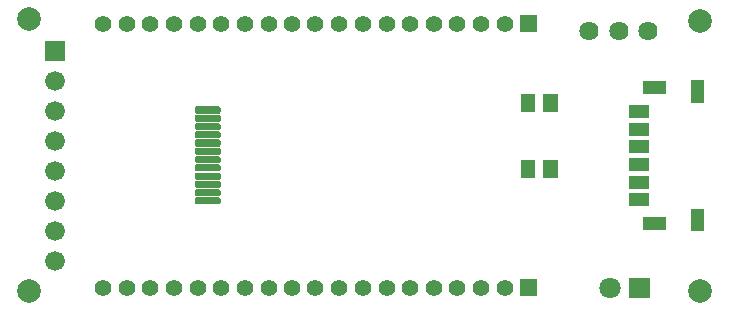
<source format=gbs>
G04 Layer: BottomSolderMaskLayer*
G04 EasyEDA v6.5.1, 2022-03-28 07:45:05*
G04 8a3c461addb741cca4737953a7c37c6d,45e7c3065f504378a11261742efe6332,10*
G04 Gerber Generator version 0.2*
G04 Scale: 100 percent, Rotated: No, Reflected: No *
G04 Dimensions in millimeters *
G04 leading zeros omitted , absolute positions ,4 integer and 5 decimal *
%FSLAX45Y45*%
%MOMM*%

%ADD29C,1.6256*%
%ADD32C,1.4016*%
%ADD34C,1.6764*%
%ADD36C,1.8016*%
%ADD37C,2.0016*%

%LPD*%
D29*
G01*
X6104699Y9359900D03*
G01*
X5854712Y9359900D03*
G01*
X5604700Y9359900D03*
G36*
X5019293Y7118095D02*
G01*
X5019293Y7258304D01*
X5159502Y7258304D01*
X5159502Y7118095D01*
G37*
D32*
G01*
X4889296Y7188200D03*
G01*
X4689297Y7188200D03*
G01*
X4489297Y7188200D03*
G01*
X4289297Y7188200D03*
G01*
X4089298Y7188200D03*
G01*
X3889298Y7188200D03*
G01*
X3689299Y7188200D03*
G01*
X3489299Y7188200D03*
G01*
X3282797Y7188200D03*
G01*
X3089300Y7188200D03*
G01*
X2889300Y7188200D03*
G01*
X2689301Y7188200D03*
G01*
X2489301Y7188200D03*
G01*
X2289302Y7188200D03*
G01*
X2089302Y7188200D03*
G01*
X1889302Y7188200D03*
G01*
X1689303Y7188200D03*
G01*
X1489303Y7188200D03*
G36*
X5019293Y9353295D02*
G01*
X5019293Y9493504D01*
X5159502Y9493504D01*
X5159502Y9353295D01*
G37*
G01*
X4889296Y9423400D03*
G01*
X4689297Y9423400D03*
G01*
X4489297Y9423400D03*
G01*
X4289297Y9423400D03*
G01*
X4089298Y9423400D03*
G01*
X3889298Y9423400D03*
G01*
X3689299Y9423400D03*
G01*
X3489299Y9423400D03*
G01*
X3282797Y9423400D03*
G01*
X3089300Y9423400D03*
G01*
X2889300Y9423400D03*
G01*
X2689301Y9423400D03*
G01*
X2489301Y9423400D03*
G01*
X2289302Y9423400D03*
G01*
X2089302Y9423400D03*
G01*
X1889302Y9423400D03*
G01*
X1689303Y9423400D03*
G01*
X1489303Y9423400D03*
G36*
X995679Y9110979D02*
G01*
X995679Y9278620D01*
X1163320Y9278620D01*
X1163320Y9110979D01*
G37*
D34*
G01*
X1079500Y8940800D03*
G01*
X1079500Y8686800D03*
G01*
X1079500Y8432800D03*
G01*
X1079500Y8178800D03*
G01*
X1079500Y7924800D03*
G01*
X1079500Y7670800D03*
G01*
X1079500Y7416800D03*
G36*
X5023358Y8117586D02*
G01*
X5023358Y8265413D01*
X5146802Y8265413D01*
X5146802Y8117586D01*
G37*
G36*
X5216397Y8117586D02*
G01*
X5216397Y8265413D01*
X5339841Y8265413D01*
X5339841Y8117586D01*
G37*
G36*
X5023358Y8676386D02*
G01*
X5023358Y8824213D01*
X5146802Y8824213D01*
X5146802Y8676386D01*
G37*
G36*
X5216397Y8676386D02*
G01*
X5216397Y8824213D01*
X5339841Y8824213D01*
X5339841Y8676386D01*
G37*
G36*
X2281174Y7892795D02*
G01*
X2268474Y7898129D01*
X2263140Y7911084D01*
X2263140Y7934960D01*
X2268474Y7947913D01*
X2281174Y7953247D01*
X2468625Y7953247D01*
X2481325Y7947913D01*
X2486659Y7934960D01*
X2486659Y7911084D01*
X2481325Y7898129D01*
X2468625Y7892795D01*
G37*
G36*
X2281174Y7962900D02*
G01*
X2268474Y7968234D01*
X2263140Y7980934D01*
X2263140Y8005063D01*
X2268474Y8017763D01*
X2281174Y8023097D01*
X2468625Y8023097D01*
X2481325Y8017763D01*
X2486659Y8005063D01*
X2486659Y7980934D01*
X2481325Y7968234D01*
X2468625Y7962900D01*
G37*
G36*
X2281174Y8032750D02*
G01*
X2268474Y8038084D01*
X2263140Y8051037D01*
X2263140Y8074913D01*
X2268474Y8087868D01*
X2281174Y8093202D01*
X2468625Y8093202D01*
X2481325Y8087868D01*
X2486659Y8074913D01*
X2486659Y8051037D01*
X2481325Y8038084D01*
X2468625Y8032750D01*
G37*
G36*
X2281174Y8102854D02*
G01*
X2268474Y8108187D01*
X2263140Y8120887D01*
X2263140Y8145018D01*
X2268474Y8157971D01*
X2281174Y8163052D01*
X2468625Y8163052D01*
X2481325Y8157971D01*
X2486659Y8145018D01*
X2486659Y8120887D01*
X2481325Y8108187D01*
X2468625Y8102854D01*
G37*
G36*
X2281174Y8172958D02*
G01*
X2268474Y8178037D01*
X2263140Y8190992D01*
X2263140Y8215121D01*
X2268474Y8227821D01*
X2281174Y8233155D01*
X2468625Y8233155D01*
X2481325Y8227821D01*
X2486659Y8215121D01*
X2486659Y8190992D01*
X2481325Y8178037D01*
X2468625Y8172958D01*
G37*
G36*
X2281174Y8242808D02*
G01*
X2268474Y8248142D01*
X2263140Y8261095D01*
X2263140Y8284971D01*
X2268474Y8297926D01*
X2281174Y8303260D01*
X2468625Y8303260D01*
X2481325Y8297926D01*
X2486659Y8284971D01*
X2486659Y8261095D01*
X2481325Y8248142D01*
X2468625Y8242808D01*
G37*
G36*
X2281174Y8312912D02*
G01*
X2268474Y8318245D01*
X2263140Y8330945D01*
X2263140Y8355076D01*
X2268474Y8367776D01*
X2281174Y8373110D01*
X2468625Y8373110D01*
X2481325Y8367776D01*
X2486659Y8355076D01*
X2486659Y8330945D01*
X2481325Y8318245D01*
X2468625Y8312912D01*
G37*
G36*
X2281174Y8382762D02*
G01*
X2268474Y8388095D01*
X2263140Y8401050D01*
X2263140Y8424926D01*
X2268474Y8437879D01*
X2281174Y8443213D01*
X2468625Y8443213D01*
X2481325Y8437879D01*
X2486659Y8424926D01*
X2486659Y8401050D01*
X2481325Y8388095D01*
X2468625Y8382762D01*
G37*
G36*
X2281174Y8452865D02*
G01*
X2268474Y8458200D01*
X2263140Y8470900D01*
X2263140Y8495029D01*
X2268474Y8507729D01*
X2281174Y8513063D01*
X2468625Y8513063D01*
X2481325Y8507729D01*
X2486659Y8495029D01*
X2486659Y8470900D01*
X2481325Y8458200D01*
X2468625Y8452865D01*
G37*
G36*
X2281174Y8522715D02*
G01*
X2268474Y8528050D01*
X2263140Y8541004D01*
X2263140Y8565134D01*
X2268474Y8577834D01*
X2281174Y8583168D01*
X2468625Y8583168D01*
X2481325Y8577834D01*
X2486659Y8565134D01*
X2486659Y8541004D01*
X2481325Y8528050D01*
X2468625Y8522715D01*
G37*
G36*
X2281174Y8592820D02*
G01*
X2268474Y8598154D01*
X2263140Y8610854D01*
X2263140Y8634984D01*
X2268474Y8647937D01*
X2281174Y8653271D01*
X2468625Y8653271D01*
X2481325Y8647937D01*
X2486659Y8634984D01*
X2486659Y8610854D01*
X2481325Y8598154D01*
X2468625Y8592820D01*
G37*
G36*
X2281174Y8662924D02*
G01*
X2268474Y8668258D01*
X2263140Y8680958D01*
X2263140Y8705087D01*
X2268474Y8717787D01*
X2281174Y8723121D01*
X2468625Y8723121D01*
X2481325Y8717787D01*
X2486659Y8705087D01*
X2486659Y8680958D01*
X2481325Y8668258D01*
X2468625Y8662924D01*
G37*
G36*
X5938774Y7875778D02*
G01*
X5938774Y7985760D01*
X6108954Y7985760D01*
X6108954Y7875778D01*
G37*
G36*
X5938774Y8025637D02*
G01*
X5938774Y8135873D01*
X6108954Y8135873D01*
X6108954Y8025637D01*
G37*
G36*
X5938774Y8325612D02*
G01*
X5938774Y8435847D01*
X6108954Y8435847D01*
X6108954Y8325612D01*
G37*
G36*
X5938774Y8475726D02*
G01*
X5938774Y8585962D01*
X6108954Y8585962D01*
X6108954Y8475726D01*
G37*
G36*
X5938774Y8175752D02*
G01*
X5938774Y8285987D01*
X6108954Y8285987D01*
X6108954Y8175752D01*
G37*
G36*
X5938774Y8625839D02*
G01*
X5938774Y8735821D01*
X6108954Y8735821D01*
X6108954Y8625839D01*
G37*
G36*
X6063741Y7675626D02*
G01*
X6063741Y7785862D01*
X6258813Y7785862D01*
X6258813Y7675626D01*
G37*
G36*
X6063741Y8825737D02*
G01*
X6063741Y8935974D01*
X6258813Y8935974D01*
X6258813Y8825737D01*
G37*
G36*
X6468618Y8755634D02*
G01*
X6468618Y8945879D01*
X6578854Y8945879D01*
X6578854Y8755634D01*
G37*
G36*
X6468618Y7665720D02*
G01*
X6468618Y7855965D01*
X6578854Y7855965D01*
X6578854Y7665720D01*
G37*
G36*
X5942329Y7104379D02*
G01*
X5942329Y7272020D01*
X6122670Y7272020D01*
X6122670Y7104379D01*
G37*
D36*
G01*
X5778500Y7188200D03*
D37*
G01*
X863600Y9461500D03*
G01*
X863600Y7162800D03*
G01*
X6540500Y9448800D03*
G01*
X6540500Y7162800D03*
M02*

</source>
